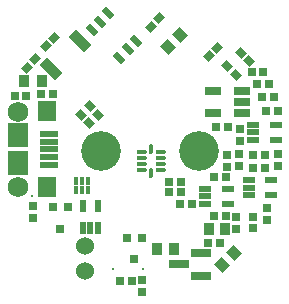
<source format=gbs>
%FSLAX24Y24*%
%MOIN*%
G70*
G01*
G75*
G04 Layer_Color=16711935*
G04:AMPARAMS|DCode=10|XSize=23.6mil|YSize=43.3mil|CornerRadius=0mil|HoleSize=0mil|Usage=FLASHONLY|Rotation=225.000|XOffset=0mil|YOffset=0mil|HoleType=Round|Shape=Rectangle|*
%AMROTATEDRECTD10*
4,1,4,-0.0070,0.0237,0.0237,-0.0070,0.0070,-0.0237,-0.0237,0.0070,-0.0070,0.0237,0.0*
%
%ADD10ROTATEDRECTD10*%

G04:AMPARAMS|DCode=11|XSize=55.1mil|YSize=45.3mil|CornerRadius=0mil|HoleSize=0mil|Usage=FLASHONLY|Rotation=135.000|XOffset=0mil|YOffset=0mil|HoleType=Round|Shape=Rectangle|*
%AMROTATEDRECTD11*
4,1,4,0.0355,-0.0035,0.0035,-0.0355,-0.0355,0.0035,-0.0035,0.0355,0.0355,-0.0035,0.0*
%
%ADD11ROTATEDRECTD11*%

%ADD12R,0.0236X0.0197*%
%ADD13R,0.0197X0.0236*%
%ADD14R,0.0276X0.0354*%
G04:AMPARAMS|DCode=15|XSize=19.7mil|YSize=23.6mil|CornerRadius=0mil|HoleSize=0mil|Usage=FLASHONLY|Rotation=315.000|XOffset=0mil|YOffset=0mil|HoleType=Round|Shape=Rectangle|*
%AMROTATEDRECTD15*
4,1,4,-0.0153,-0.0014,0.0014,0.0153,0.0153,0.0014,-0.0014,-0.0153,-0.0153,-0.0014,0.0*
%
%ADD15ROTATEDRECTD15*%

G04:AMPARAMS|DCode=16|XSize=22mil|YSize=25.5mil|CornerRadius=0mil|HoleSize=0mil|Usage=FLASHONLY|Rotation=225.000|XOffset=0mil|YOffset=0mil|HoleType=Round|Shape=Rectangle|*
%AMROTATEDRECTD16*
4,1,4,-0.0012,0.0168,0.0168,-0.0012,0.0012,-0.0168,-0.0168,0.0012,-0.0012,0.0168,0.0*
%
%ADD16ROTATEDRECTD16*%

G04:AMPARAMS|DCode=17|XSize=19.7mil|YSize=23.6mil|CornerRadius=0mil|HoleSize=0mil|Usage=FLASHONLY|Rotation=45.000|XOffset=0mil|YOffset=0mil|HoleType=Round|Shape=Rectangle|*
%AMROTATEDRECTD17*
4,1,4,0.0014,-0.0153,-0.0153,0.0014,-0.0014,0.0153,0.0153,-0.0014,0.0014,-0.0153,0.0*
%
%ADD17ROTATEDRECTD17*%

G04:AMPARAMS|DCode=18|XSize=9.8mil|YSize=31.5mil|CornerRadius=0mil|HoleSize=0mil|Usage=FLASHONLY|Rotation=135.000|XOffset=0mil|YOffset=0mil|HoleType=Round|Shape=Round|*
%AMOVALD18*
21,1,0.0217,0.0098,0.0000,0.0000,225.0*
1,1,0.0098,0.0077,0.0077*
1,1,0.0098,-0.0077,-0.0077*
%
%ADD18OVALD18*%

G04:AMPARAMS|DCode=19|XSize=9.8mil|YSize=31.5mil|CornerRadius=0mil|HoleSize=0mil|Usage=FLASHONLY|Rotation=45.000|XOffset=0mil|YOffset=0mil|HoleType=Round|Shape=Round|*
%AMOVALD19*
21,1,0.0217,0.0098,0.0000,0.0000,135.0*
1,1,0.0098,0.0077,-0.0077*
1,1,0.0098,-0.0077,0.0077*
%
%ADD19OVALD19*%

G04:AMPARAMS|DCode=20|XSize=185mil|YSize=212.6mil|CornerRadius=0mil|HoleSize=0mil|Usage=FLASHONLY|Rotation=45.000|XOffset=0mil|YOffset=0mil|HoleType=Round|Shape=Rectangle|*
%AMROTATEDRECTD20*
4,1,4,0.0097,-0.1406,-0.1406,0.0097,-0.0097,0.1406,0.1406,-0.0097,0.0097,-0.1406,0.0*
%
%ADD20ROTATEDRECTD20*%

%ADD21R,0.0394X0.0217*%
%ADD22R,0.0315X0.0354*%
%ADD23R,0.0512X0.0217*%
%ADD24R,0.0276X0.0591*%
%ADD25R,0.0394X0.0315*%
%ADD26R,0.0136X0.0201*%
%ADD27R,0.0201X0.0136*%
G04:AMPARAMS|DCode=28|XSize=13.8mil|YSize=39.4mil|CornerRadius=0mil|HoleSize=0mil|Usage=FLASHONLY|Rotation=45.000|XOffset=0mil|YOffset=0mil|HoleType=Round|Shape=Rectangle|*
%AMROTATEDRECTD28*
4,1,4,0.0090,-0.0188,-0.0188,0.0090,-0.0090,0.0188,0.0188,-0.0090,0.0090,-0.0188,0.0*
%
%ADD28ROTATEDRECTD28*%

%ADD29O,0.0256X0.0098*%
%ADD30O,0.0098X0.0256*%
%ADD31R,0.0709X0.0709*%
%ADD32O,0.0866X0.0236*%
%ADD33R,0.1024X0.0591*%
%ADD34R,0.0157X0.0157*%
%ADD35C,0.0120*%
%ADD36C,0.0080*%
%ADD37C,0.0060*%
%ADD38C,0.0100*%
%ADD39C,0.1260*%
%ADD40C,0.0630*%
%ADD41C,0.0160*%
%ADD42C,0.0500*%
%ADD43C,0.0180*%
%ADD44C,0.0320*%
%ADD45C,0.0200*%
%ADD46C,0.0260*%
%ADD47C,0.0220*%
%ADD48R,0.0335X0.0157*%
%ADD49R,0.0157X0.0335*%
G04:AMPARAMS|DCode=50|XSize=35.4mil|YSize=31.5mil|CornerRadius=0mil|HoleSize=0mil|Usage=FLASHONLY|Rotation=135.000|XOffset=0mil|YOffset=0mil|HoleType=Round|Shape=Rectangle|*
%AMROTATEDRECTD50*
4,1,4,0.0237,-0.0014,0.0014,-0.0237,-0.0237,0.0014,-0.0014,0.0237,0.0237,-0.0014,0.0*
%
%ADD50ROTATEDRECTD50*%

%ADD51R,0.0220X0.0255*%
%ADD52O,0.0276X0.0098*%
%ADD53O,0.0098X0.0276*%
%ADD54R,0.0118X0.0193*%
%ADD55R,0.0118X0.0209*%
%ADD56R,0.0591X0.0236*%
G04:AMPARAMS|DCode=57|XSize=31.5mil|YSize=66.9mil|CornerRadius=0mil|HoleSize=0mil|Usage=FLASHONLY|Rotation=225.000|XOffset=0mil|YOffset=0mil|HoleType=Round|Shape=Rectangle|*
%AMROTATEDRECTD57*
4,1,4,-0.0125,0.0348,0.0348,-0.0125,0.0125,-0.0348,-0.0348,0.0125,-0.0125,0.0348,0.0*
%
%ADD57ROTATEDRECTD57*%

%ADD58R,0.0551X0.0630*%
%ADD59R,0.0630X0.0748*%
%ADD60R,0.0532X0.0157*%
G04:AMPARAMS|DCode=61|XSize=15.4mil|YSize=36.2mil|CornerRadius=0mil|HoleSize=0mil|Usage=FLASHONLY|Rotation=45.000|XOffset=0mil|YOffset=0mil|HoleType=Round|Shape=Rectangle|*
%AMROTATEDRECTD61*
4,1,4,0.0074,-0.0182,-0.0182,0.0074,-0.0074,0.0182,0.0182,-0.0074,0.0074,-0.0182,0.0*
%
%ADD61ROTATEDRECTD61*%

%ADD62C,0.0098*%
%ADD63C,0.0236*%
%ADD64C,0.0039*%
%ADD65C,0.0079*%
%ADD66C,0.0050*%
G04:AMPARAMS|DCode=67|XSize=14.8mil|YSize=17.7mil|CornerRadius=0mil|HoleSize=0mil|Usage=FLASHONLY|Rotation=45.000|XOffset=0mil|YOffset=0mil|HoleType=Round|Shape=Rectangle|*
%AMROTATEDRECTD67*
4,1,4,0.0010,-0.0115,-0.0115,0.0010,-0.0010,0.0115,0.0115,-0.0010,0.0010,-0.0115,0.0*
%
%ADD67ROTATEDRECTD67*%

%ADD68R,0.0551X0.0433*%
G04:AMPARAMS|DCode=69|XSize=29.6mil|YSize=49.3mil|CornerRadius=0mil|HoleSize=0mil|Usage=FLASHONLY|Rotation=225.000|XOffset=0mil|YOffset=0mil|HoleType=Round|Shape=Rectangle|*
%AMROTATEDRECTD69*
4,1,4,-0.0070,0.0279,0.0279,-0.0070,0.0070,-0.0279,-0.0279,0.0070,-0.0070,0.0279,0.0*
%
%ADD69ROTATEDRECTD69*%

G04:AMPARAMS|DCode=70|XSize=61.1mil|YSize=51.3mil|CornerRadius=0mil|HoleSize=0mil|Usage=FLASHONLY|Rotation=135.000|XOffset=0mil|YOffset=0mil|HoleType=Round|Shape=Rectangle|*
%AMROTATEDRECTD70*
4,1,4,0.0397,-0.0035,0.0035,-0.0397,-0.0397,0.0035,-0.0035,0.0397,0.0397,-0.0035,0.0*
%
%ADD70ROTATEDRECTD70*%

%ADD71R,0.0296X0.0257*%
%ADD72R,0.0257X0.0296*%
%ADD73R,0.0336X0.0414*%
G04:AMPARAMS|DCode=74|XSize=25.7mil|YSize=29.6mil|CornerRadius=0mil|HoleSize=0mil|Usage=FLASHONLY|Rotation=315.000|XOffset=0mil|YOffset=0mil|HoleType=Round|Shape=Rectangle|*
%AMROTATEDRECTD74*
4,1,4,-0.0196,-0.0014,0.0014,0.0196,0.0196,0.0014,-0.0014,-0.0196,-0.0196,-0.0014,0.0*
%
%ADD74ROTATEDRECTD74*%

G04:AMPARAMS|DCode=75|XSize=28mil|YSize=31.5mil|CornerRadius=0mil|HoleSize=0mil|Usage=FLASHONLY|Rotation=225.000|XOffset=0mil|YOffset=0mil|HoleType=Round|Shape=Rectangle|*
%AMROTATEDRECTD75*
4,1,4,-0.0012,0.0210,0.0210,-0.0012,0.0012,-0.0210,-0.0210,0.0012,-0.0012,0.0210,0.0*
%
%ADD75ROTATEDRECTD75*%

G04:AMPARAMS|DCode=76|XSize=25.7mil|YSize=29.6mil|CornerRadius=0mil|HoleSize=0mil|Usage=FLASHONLY|Rotation=45.000|XOffset=0mil|YOffset=0mil|HoleType=Round|Shape=Rectangle|*
%AMROTATEDRECTD76*
4,1,4,0.0014,-0.0196,-0.0196,0.0014,-0.0014,0.0196,0.0196,-0.0014,0.0014,-0.0196,0.0*
%
%ADD76ROTATEDRECTD76*%

G04:AMPARAMS|DCode=77|XSize=15.8mil|YSize=37.5mil|CornerRadius=0mil|HoleSize=0mil|Usage=FLASHONLY|Rotation=135.000|XOffset=0mil|YOffset=0mil|HoleType=Round|Shape=Round|*
%AMOVALD77*
21,1,0.0217,0.0158,0.0000,0.0000,225.0*
1,1,0.0158,0.0077,0.0077*
1,1,0.0158,-0.0077,-0.0077*
%
%ADD77OVALD77*%

G04:AMPARAMS|DCode=78|XSize=15.8mil|YSize=37.5mil|CornerRadius=0mil|HoleSize=0mil|Usage=FLASHONLY|Rotation=45.000|XOffset=0mil|YOffset=0mil|HoleType=Round|Shape=Round|*
%AMOVALD78*
21,1,0.0217,0.0158,0.0000,0.0000,135.0*
1,1,0.0158,0.0077,-0.0077*
1,1,0.0158,-0.0077,0.0077*
%
%ADD78OVALD78*%

G04:AMPARAMS|DCode=79|XSize=191mil|YSize=218.6mil|CornerRadius=0mil|HoleSize=0mil|Usage=FLASHONLY|Rotation=45.000|XOffset=0mil|YOffset=0mil|HoleType=Round|Shape=Rectangle|*
%AMROTATEDRECTD79*
4,1,4,0.0097,-0.1448,-0.1448,0.0097,-0.0097,0.1448,0.1448,-0.0097,0.0097,-0.1448,0.0*
%
%ADD79ROTATEDRECTD79*%

%ADD80R,0.0454X0.0277*%
%ADD81R,0.0375X0.0414*%
%ADD82R,0.0572X0.0277*%
%ADD83R,0.0336X0.0651*%
%ADD84R,0.0454X0.0375*%
%ADD85R,0.0215X0.0280*%
%ADD86R,0.0280X0.0215*%
G04:AMPARAMS|DCode=87|XSize=19.8mil|YSize=45.4mil|CornerRadius=0mil|HoleSize=0mil|Usage=FLASHONLY|Rotation=45.000|XOffset=0mil|YOffset=0mil|HoleType=Round|Shape=Rectangle|*
%AMROTATEDRECTD87*
4,1,4,0.0090,-0.0230,-0.0230,0.0090,-0.0090,0.0230,0.0230,-0.0090,0.0090,-0.0230,0.0*
%
%ADD87ROTATEDRECTD87*%

%ADD88O,0.0316X0.0158*%
%ADD89O,0.0158X0.0316*%
%ADD90R,0.0769X0.0769*%
%ADD91O,0.0926X0.0296*%
%ADD92R,0.1084X0.0651*%
%ADD93C,0.1320*%
%ADD94C,0.0060*%
%ADD95C,0.0690*%
%ADD96C,0.0600*%
%ADD97C,0.0120*%
%ADD98C,0.0020*%
%ADD99R,0.0395X0.0217*%
%ADD100R,0.0217X0.0395*%
G04:AMPARAMS|DCode=101|XSize=41.4mil|YSize=37.5mil|CornerRadius=0mil|HoleSize=0mil|Usage=FLASHONLY|Rotation=135.000|XOffset=0mil|YOffset=0mil|HoleType=Round|Shape=Rectangle|*
%AMROTATEDRECTD101*
4,1,4,0.0279,-0.0014,0.0014,-0.0279,-0.0279,0.0014,-0.0014,0.0279,0.0279,-0.0014,0.0*
%
%ADD101ROTATEDRECTD101*%

%ADD102R,0.0280X0.0315*%
%ADD103O,0.0336X0.0158*%
%ADD104O,0.0158X0.0336*%
%ADD105R,0.0178X0.0253*%
%ADD106R,0.0178X0.0269*%
%ADD107R,0.0651X0.0296*%
G04:AMPARAMS|DCode=108|XSize=37.5mil|YSize=72.9mil|CornerRadius=0mil|HoleSize=0mil|Usage=FLASHONLY|Rotation=225.000|XOffset=0mil|YOffset=0mil|HoleType=Round|Shape=Rectangle|*
%AMROTATEDRECTD108*
4,1,4,-0.0125,0.0390,0.0390,-0.0125,0.0125,-0.0390,-0.0390,0.0125,-0.0125,0.0390,0.0*
%
%ADD108ROTATEDRECTD108*%

%ADD109R,0.0630X0.0709*%
%ADD110R,0.0709X0.0827*%
%ADD111R,0.0610X0.0236*%
G04:AMPARAMS|DCode=112|XSize=21.4mil|YSize=42.2mil|CornerRadius=0mil|HoleSize=0mil|Usage=FLASHONLY|Rotation=45.000|XOffset=0mil|YOffset=0mil|HoleType=Round|Shape=Rectangle|*
%AMROTATEDRECTD112*
4,1,4,0.0074,-0.0225,-0.0225,0.0074,-0.0074,0.0225,0.0225,-0.0074,0.0074,-0.0225,0.0*
%
%ADD112ROTATEDRECTD112*%

%ADD113C,0.0060*%
D71*
X7757Y2770D02*
D03*
X7363D02*
D03*
X6247Y3590D02*
D03*
X5853D02*
D03*
X8663Y4810D02*
D03*
X9057D02*
D03*
X1583Y6830D02*
D03*
X1977D02*
D03*
X703Y6790D02*
D03*
X1097D02*
D03*
X7744Y4080D02*
D03*
X7350D02*
D03*
X6607Y3160D02*
D03*
X6213D02*
D03*
X9047Y4390D02*
D03*
X8653D02*
D03*
X9477Y6280D02*
D03*
X9083D02*
D03*
X7153Y1890D02*
D03*
X7547D02*
D03*
X6247Y3920D02*
D03*
X5853D02*
D03*
X4223Y600D02*
D03*
X4617D02*
D03*
X8953Y6730D02*
D03*
X9347D02*
D03*
X7423Y5730D02*
D03*
X7817D02*
D03*
X8997Y7560D02*
D03*
X8603D02*
D03*
X9187Y7180D02*
D03*
X8793D02*
D03*
D72*
X1300Y3097D02*
D03*
Y2703D02*
D03*
X8200Y5677D02*
D03*
Y5283D02*
D03*
X8090Y2747D02*
D03*
Y2353D02*
D03*
X8640Y2757D02*
D03*
Y2363D02*
D03*
X9110Y3037D02*
D03*
Y2643D02*
D03*
X9490Y4837D02*
D03*
Y4443D02*
D03*
X7790Y4817D02*
D03*
Y4423D02*
D03*
X8190Y4433D02*
D03*
Y4827D02*
D03*
X4960Y627D02*
D03*
Y233D02*
D03*
D73*
X1605Y7270D02*
D03*
X1015D02*
D03*
D74*
X5529Y9369D02*
D03*
X5251Y9091D02*
D03*
X2019Y8719D02*
D03*
X1741Y8441D02*
D03*
X7460Y8373D02*
D03*
X7182Y8094D02*
D03*
X1389Y7999D02*
D03*
X1111Y7721D02*
D03*
D76*
X8240Y8206D02*
D03*
X8518Y7927D02*
D03*
X7794Y7760D02*
D03*
X8073Y7482D02*
D03*
X2911Y6159D02*
D03*
X3189Y5881D02*
D03*
X3211Y6429D02*
D03*
X3489Y6151D02*
D03*
D81*
X5464Y1670D02*
D03*
X6016D02*
D03*
X7726Y2330D02*
D03*
X7174D02*
D03*
D82*
X7308Y6944D02*
D03*
Y6196D02*
D03*
X8292D02*
D03*
Y6570D02*
D03*
Y6944D02*
D03*
D93*
X3566Y4950D02*
D03*
X6834D02*
D03*
D94*
X5591Y980D02*
D03*
X4409Y980D02*
D03*
D95*
X800Y3750D02*
D03*
Y6250D02*
D03*
D96*
X3040Y1770D02*
D03*
Y950D02*
D03*
D97*
X4970Y1000D02*
D03*
X3970D02*
D03*
X1270Y3430D02*
D03*
D98*
X6902Y5942D02*
D03*
X6870Y9180D02*
D03*
D99*
X9404Y5304D02*
D03*
Y5816D02*
D03*
X8656D02*
D03*
Y5560D02*
D03*
Y5304D02*
D03*
X9264Y3464D02*
D03*
Y3976D02*
D03*
X8516D02*
D03*
Y3720D02*
D03*
Y3464D02*
D03*
X7804Y3174D02*
D03*
Y3686D02*
D03*
X7056D02*
D03*
Y3430D02*
D03*
Y3174D02*
D03*
D100*
X3486Y3124D02*
D03*
X2974D02*
D03*
Y2376D02*
D03*
X3230D02*
D03*
X3486D02*
D03*
D101*
X5815Y8415D02*
D03*
X6205Y8805D02*
D03*
X8015Y1535D02*
D03*
X7625Y1145D02*
D03*
D102*
X2230Y2357D02*
D03*
X2475Y3063D02*
D03*
X1985D02*
D03*
X4445Y2043D02*
D03*
X4935D02*
D03*
X4690Y1337D02*
D03*
D103*
X4945Y4315D02*
D03*
Y4512D02*
D03*
Y4708D02*
D03*
Y4905D02*
D03*
X5575D02*
D03*
Y4708D02*
D03*
Y4512D02*
D03*
Y4315D02*
D03*
D104*
X5260Y5004D02*
D03*
Y4216D02*
D03*
D105*
X3137Y3938D02*
D03*
X2940D02*
D03*
X2743D02*
D03*
Y3642D02*
D03*
X2940D02*
D03*
D106*
X3137Y3650D02*
D03*
D107*
X6924Y1534D02*
D03*
Y786D02*
D03*
X6176Y1160D02*
D03*
D108*
X1927Y7677D02*
D03*
X2873Y8623D02*
D03*
D109*
X1784Y3740D02*
D03*
Y6260D02*
D03*
D110*
X800Y4528D02*
D03*
Y5472D02*
D03*
D111*
X1853Y5000D02*
D03*
Y5256D02*
D03*
Y5512D02*
D03*
Y4744D02*
D03*
Y4488D02*
D03*
D112*
X3829Y9528D02*
D03*
X3551Y9249D02*
D03*
X3272Y8971D02*
D03*
X4748Y8609D02*
D03*
X4469Y8331D02*
D03*
X4191Y8052D02*
D03*
D113*
X4248Y7150D02*
D03*
X4582Y7484D02*
D03*
X4916Y7818D02*
D03*
X5250Y8152D02*
D03*
X4582Y6816D02*
D03*
X4916Y7150D02*
D03*
X5250Y7484D02*
D03*
X5584Y7818D02*
D03*
X4916Y6482D02*
D03*
X5250Y6816D02*
D03*
X5918Y7484D02*
D03*
X5250Y6148D02*
D03*
X5584Y6482D02*
D03*
X5918Y6816D02*
D03*
X6252Y7150D02*
D03*
X1310Y5030D02*
D03*
X5584Y7150D02*
D03*
M02*

</source>
